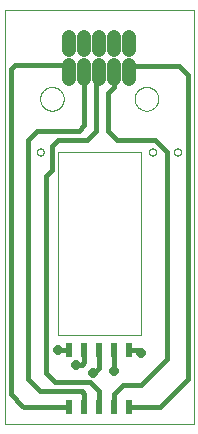
<source format=gtl>
G75*
%MOIN*%
%OFA0B0*%
%FSLAX25Y25*%
%IPPOS*%
%LPD*%
%AMOC8*
5,1,8,0,0,1.08239X$1,22.5*
%
%ADD10C,0.00000*%
%ADD11C,0.04500*%
%ADD12R,0.02000X0.05000*%
%ADD13C,0.01600*%
%ADD14OC8,0.03169*%
D10*
X0001000Y0001000D02*
X0001000Y0138795D01*
X0063992Y0138795D01*
X0063992Y0001000D01*
X0001000Y0001000D01*
X0018717Y0030528D02*
X0018717Y0091551D01*
X0046276Y0091551D01*
X0046276Y0030528D01*
X0018717Y0030528D01*
X0011630Y0091551D02*
X0011632Y0091620D01*
X0011638Y0091688D01*
X0011648Y0091756D01*
X0011662Y0091823D01*
X0011680Y0091890D01*
X0011701Y0091955D01*
X0011727Y0092019D01*
X0011756Y0092081D01*
X0011788Y0092141D01*
X0011824Y0092200D01*
X0011864Y0092256D01*
X0011906Y0092310D01*
X0011952Y0092361D01*
X0012001Y0092410D01*
X0012052Y0092456D01*
X0012106Y0092498D01*
X0012162Y0092538D01*
X0012220Y0092574D01*
X0012281Y0092606D01*
X0012343Y0092635D01*
X0012407Y0092661D01*
X0012472Y0092682D01*
X0012539Y0092700D01*
X0012606Y0092714D01*
X0012674Y0092724D01*
X0012742Y0092730D01*
X0012811Y0092732D01*
X0012880Y0092730D01*
X0012948Y0092724D01*
X0013016Y0092714D01*
X0013083Y0092700D01*
X0013150Y0092682D01*
X0013215Y0092661D01*
X0013279Y0092635D01*
X0013341Y0092606D01*
X0013401Y0092574D01*
X0013460Y0092538D01*
X0013516Y0092498D01*
X0013570Y0092456D01*
X0013621Y0092410D01*
X0013670Y0092361D01*
X0013716Y0092310D01*
X0013758Y0092256D01*
X0013798Y0092200D01*
X0013834Y0092141D01*
X0013866Y0092081D01*
X0013895Y0092019D01*
X0013921Y0091955D01*
X0013942Y0091890D01*
X0013960Y0091823D01*
X0013974Y0091756D01*
X0013984Y0091688D01*
X0013990Y0091620D01*
X0013992Y0091551D01*
X0013990Y0091482D01*
X0013984Y0091414D01*
X0013974Y0091346D01*
X0013960Y0091279D01*
X0013942Y0091212D01*
X0013921Y0091147D01*
X0013895Y0091083D01*
X0013866Y0091021D01*
X0013834Y0090960D01*
X0013798Y0090902D01*
X0013758Y0090846D01*
X0013716Y0090792D01*
X0013670Y0090741D01*
X0013621Y0090692D01*
X0013570Y0090646D01*
X0013516Y0090604D01*
X0013460Y0090564D01*
X0013402Y0090528D01*
X0013341Y0090496D01*
X0013279Y0090467D01*
X0013215Y0090441D01*
X0013150Y0090420D01*
X0013083Y0090402D01*
X0013016Y0090388D01*
X0012948Y0090378D01*
X0012880Y0090372D01*
X0012811Y0090370D01*
X0012742Y0090372D01*
X0012674Y0090378D01*
X0012606Y0090388D01*
X0012539Y0090402D01*
X0012472Y0090420D01*
X0012407Y0090441D01*
X0012343Y0090467D01*
X0012281Y0090496D01*
X0012220Y0090528D01*
X0012162Y0090564D01*
X0012106Y0090604D01*
X0012052Y0090646D01*
X0012001Y0090692D01*
X0011952Y0090741D01*
X0011906Y0090792D01*
X0011864Y0090846D01*
X0011824Y0090902D01*
X0011788Y0090960D01*
X0011756Y0091021D01*
X0011727Y0091083D01*
X0011701Y0091147D01*
X0011680Y0091212D01*
X0011662Y0091279D01*
X0011648Y0091346D01*
X0011638Y0091414D01*
X0011632Y0091482D01*
X0011630Y0091551D01*
X0012811Y0109268D02*
X0012813Y0109393D01*
X0012819Y0109518D01*
X0012829Y0109642D01*
X0012843Y0109766D01*
X0012860Y0109890D01*
X0012882Y0110013D01*
X0012908Y0110135D01*
X0012937Y0110257D01*
X0012970Y0110377D01*
X0013008Y0110496D01*
X0013048Y0110615D01*
X0013093Y0110731D01*
X0013141Y0110846D01*
X0013193Y0110960D01*
X0013249Y0111072D01*
X0013308Y0111182D01*
X0013370Y0111290D01*
X0013436Y0111397D01*
X0013505Y0111501D01*
X0013578Y0111602D01*
X0013653Y0111702D01*
X0013732Y0111799D01*
X0013814Y0111893D01*
X0013899Y0111985D01*
X0013986Y0112074D01*
X0014077Y0112160D01*
X0014170Y0112243D01*
X0014266Y0112324D01*
X0014364Y0112401D01*
X0014464Y0112475D01*
X0014567Y0112546D01*
X0014672Y0112613D01*
X0014780Y0112678D01*
X0014889Y0112738D01*
X0015000Y0112796D01*
X0015113Y0112849D01*
X0015227Y0112899D01*
X0015343Y0112946D01*
X0015460Y0112988D01*
X0015579Y0113027D01*
X0015699Y0113063D01*
X0015820Y0113094D01*
X0015942Y0113122D01*
X0016064Y0113145D01*
X0016188Y0113165D01*
X0016312Y0113181D01*
X0016436Y0113193D01*
X0016561Y0113201D01*
X0016686Y0113205D01*
X0016810Y0113205D01*
X0016935Y0113201D01*
X0017060Y0113193D01*
X0017184Y0113181D01*
X0017308Y0113165D01*
X0017432Y0113145D01*
X0017554Y0113122D01*
X0017676Y0113094D01*
X0017797Y0113063D01*
X0017917Y0113027D01*
X0018036Y0112988D01*
X0018153Y0112946D01*
X0018269Y0112899D01*
X0018383Y0112849D01*
X0018496Y0112796D01*
X0018607Y0112738D01*
X0018717Y0112678D01*
X0018824Y0112613D01*
X0018929Y0112546D01*
X0019032Y0112475D01*
X0019132Y0112401D01*
X0019230Y0112324D01*
X0019326Y0112243D01*
X0019419Y0112160D01*
X0019510Y0112074D01*
X0019597Y0111985D01*
X0019682Y0111893D01*
X0019764Y0111799D01*
X0019843Y0111702D01*
X0019918Y0111602D01*
X0019991Y0111501D01*
X0020060Y0111397D01*
X0020126Y0111290D01*
X0020188Y0111182D01*
X0020247Y0111072D01*
X0020303Y0110960D01*
X0020355Y0110846D01*
X0020403Y0110731D01*
X0020448Y0110615D01*
X0020488Y0110496D01*
X0020526Y0110377D01*
X0020559Y0110257D01*
X0020588Y0110135D01*
X0020614Y0110013D01*
X0020636Y0109890D01*
X0020653Y0109766D01*
X0020667Y0109642D01*
X0020677Y0109518D01*
X0020683Y0109393D01*
X0020685Y0109268D01*
X0020683Y0109143D01*
X0020677Y0109018D01*
X0020667Y0108894D01*
X0020653Y0108770D01*
X0020636Y0108646D01*
X0020614Y0108523D01*
X0020588Y0108401D01*
X0020559Y0108279D01*
X0020526Y0108159D01*
X0020488Y0108040D01*
X0020448Y0107921D01*
X0020403Y0107805D01*
X0020355Y0107690D01*
X0020303Y0107576D01*
X0020247Y0107464D01*
X0020188Y0107354D01*
X0020126Y0107246D01*
X0020060Y0107139D01*
X0019991Y0107035D01*
X0019918Y0106934D01*
X0019843Y0106834D01*
X0019764Y0106737D01*
X0019682Y0106643D01*
X0019597Y0106551D01*
X0019510Y0106462D01*
X0019419Y0106376D01*
X0019326Y0106293D01*
X0019230Y0106212D01*
X0019132Y0106135D01*
X0019032Y0106061D01*
X0018929Y0105990D01*
X0018824Y0105923D01*
X0018716Y0105858D01*
X0018607Y0105798D01*
X0018496Y0105740D01*
X0018383Y0105687D01*
X0018269Y0105637D01*
X0018153Y0105590D01*
X0018036Y0105548D01*
X0017917Y0105509D01*
X0017797Y0105473D01*
X0017676Y0105442D01*
X0017554Y0105414D01*
X0017432Y0105391D01*
X0017308Y0105371D01*
X0017184Y0105355D01*
X0017060Y0105343D01*
X0016935Y0105335D01*
X0016810Y0105331D01*
X0016686Y0105331D01*
X0016561Y0105335D01*
X0016436Y0105343D01*
X0016312Y0105355D01*
X0016188Y0105371D01*
X0016064Y0105391D01*
X0015942Y0105414D01*
X0015820Y0105442D01*
X0015699Y0105473D01*
X0015579Y0105509D01*
X0015460Y0105548D01*
X0015343Y0105590D01*
X0015227Y0105637D01*
X0015113Y0105687D01*
X0015000Y0105740D01*
X0014889Y0105798D01*
X0014779Y0105858D01*
X0014672Y0105923D01*
X0014567Y0105990D01*
X0014464Y0106061D01*
X0014364Y0106135D01*
X0014266Y0106212D01*
X0014170Y0106293D01*
X0014077Y0106376D01*
X0013986Y0106462D01*
X0013899Y0106551D01*
X0013814Y0106643D01*
X0013732Y0106737D01*
X0013653Y0106834D01*
X0013578Y0106934D01*
X0013505Y0107035D01*
X0013436Y0107139D01*
X0013370Y0107246D01*
X0013308Y0107354D01*
X0013249Y0107464D01*
X0013193Y0107576D01*
X0013141Y0107690D01*
X0013093Y0107805D01*
X0013048Y0107921D01*
X0013008Y0108040D01*
X0012970Y0108159D01*
X0012937Y0108279D01*
X0012908Y0108401D01*
X0012882Y0108523D01*
X0012860Y0108646D01*
X0012843Y0108770D01*
X0012829Y0108894D01*
X0012819Y0109018D01*
X0012813Y0109143D01*
X0012811Y0109268D01*
X0044307Y0109268D02*
X0044309Y0109393D01*
X0044315Y0109518D01*
X0044325Y0109642D01*
X0044339Y0109766D01*
X0044356Y0109890D01*
X0044378Y0110013D01*
X0044404Y0110135D01*
X0044433Y0110257D01*
X0044466Y0110377D01*
X0044504Y0110496D01*
X0044544Y0110615D01*
X0044589Y0110731D01*
X0044637Y0110846D01*
X0044689Y0110960D01*
X0044745Y0111072D01*
X0044804Y0111182D01*
X0044866Y0111290D01*
X0044932Y0111397D01*
X0045001Y0111501D01*
X0045074Y0111602D01*
X0045149Y0111702D01*
X0045228Y0111799D01*
X0045310Y0111893D01*
X0045395Y0111985D01*
X0045482Y0112074D01*
X0045573Y0112160D01*
X0045666Y0112243D01*
X0045762Y0112324D01*
X0045860Y0112401D01*
X0045960Y0112475D01*
X0046063Y0112546D01*
X0046168Y0112613D01*
X0046276Y0112678D01*
X0046385Y0112738D01*
X0046496Y0112796D01*
X0046609Y0112849D01*
X0046723Y0112899D01*
X0046839Y0112946D01*
X0046956Y0112988D01*
X0047075Y0113027D01*
X0047195Y0113063D01*
X0047316Y0113094D01*
X0047438Y0113122D01*
X0047560Y0113145D01*
X0047684Y0113165D01*
X0047808Y0113181D01*
X0047932Y0113193D01*
X0048057Y0113201D01*
X0048182Y0113205D01*
X0048306Y0113205D01*
X0048431Y0113201D01*
X0048556Y0113193D01*
X0048680Y0113181D01*
X0048804Y0113165D01*
X0048928Y0113145D01*
X0049050Y0113122D01*
X0049172Y0113094D01*
X0049293Y0113063D01*
X0049413Y0113027D01*
X0049532Y0112988D01*
X0049649Y0112946D01*
X0049765Y0112899D01*
X0049879Y0112849D01*
X0049992Y0112796D01*
X0050103Y0112738D01*
X0050213Y0112678D01*
X0050320Y0112613D01*
X0050425Y0112546D01*
X0050528Y0112475D01*
X0050628Y0112401D01*
X0050726Y0112324D01*
X0050822Y0112243D01*
X0050915Y0112160D01*
X0051006Y0112074D01*
X0051093Y0111985D01*
X0051178Y0111893D01*
X0051260Y0111799D01*
X0051339Y0111702D01*
X0051414Y0111602D01*
X0051487Y0111501D01*
X0051556Y0111397D01*
X0051622Y0111290D01*
X0051684Y0111182D01*
X0051743Y0111072D01*
X0051799Y0110960D01*
X0051851Y0110846D01*
X0051899Y0110731D01*
X0051944Y0110615D01*
X0051984Y0110496D01*
X0052022Y0110377D01*
X0052055Y0110257D01*
X0052084Y0110135D01*
X0052110Y0110013D01*
X0052132Y0109890D01*
X0052149Y0109766D01*
X0052163Y0109642D01*
X0052173Y0109518D01*
X0052179Y0109393D01*
X0052181Y0109268D01*
X0052179Y0109143D01*
X0052173Y0109018D01*
X0052163Y0108894D01*
X0052149Y0108770D01*
X0052132Y0108646D01*
X0052110Y0108523D01*
X0052084Y0108401D01*
X0052055Y0108279D01*
X0052022Y0108159D01*
X0051984Y0108040D01*
X0051944Y0107921D01*
X0051899Y0107805D01*
X0051851Y0107690D01*
X0051799Y0107576D01*
X0051743Y0107464D01*
X0051684Y0107354D01*
X0051622Y0107246D01*
X0051556Y0107139D01*
X0051487Y0107035D01*
X0051414Y0106934D01*
X0051339Y0106834D01*
X0051260Y0106737D01*
X0051178Y0106643D01*
X0051093Y0106551D01*
X0051006Y0106462D01*
X0050915Y0106376D01*
X0050822Y0106293D01*
X0050726Y0106212D01*
X0050628Y0106135D01*
X0050528Y0106061D01*
X0050425Y0105990D01*
X0050320Y0105923D01*
X0050212Y0105858D01*
X0050103Y0105798D01*
X0049992Y0105740D01*
X0049879Y0105687D01*
X0049765Y0105637D01*
X0049649Y0105590D01*
X0049532Y0105548D01*
X0049413Y0105509D01*
X0049293Y0105473D01*
X0049172Y0105442D01*
X0049050Y0105414D01*
X0048928Y0105391D01*
X0048804Y0105371D01*
X0048680Y0105355D01*
X0048556Y0105343D01*
X0048431Y0105335D01*
X0048306Y0105331D01*
X0048182Y0105331D01*
X0048057Y0105335D01*
X0047932Y0105343D01*
X0047808Y0105355D01*
X0047684Y0105371D01*
X0047560Y0105391D01*
X0047438Y0105414D01*
X0047316Y0105442D01*
X0047195Y0105473D01*
X0047075Y0105509D01*
X0046956Y0105548D01*
X0046839Y0105590D01*
X0046723Y0105637D01*
X0046609Y0105687D01*
X0046496Y0105740D01*
X0046385Y0105798D01*
X0046275Y0105858D01*
X0046168Y0105923D01*
X0046063Y0105990D01*
X0045960Y0106061D01*
X0045860Y0106135D01*
X0045762Y0106212D01*
X0045666Y0106293D01*
X0045573Y0106376D01*
X0045482Y0106462D01*
X0045395Y0106551D01*
X0045310Y0106643D01*
X0045228Y0106737D01*
X0045149Y0106834D01*
X0045074Y0106934D01*
X0045001Y0107035D01*
X0044932Y0107139D01*
X0044866Y0107246D01*
X0044804Y0107354D01*
X0044745Y0107464D01*
X0044689Y0107576D01*
X0044637Y0107690D01*
X0044589Y0107805D01*
X0044544Y0107921D01*
X0044504Y0108040D01*
X0044466Y0108159D01*
X0044433Y0108279D01*
X0044404Y0108401D01*
X0044378Y0108523D01*
X0044356Y0108646D01*
X0044339Y0108770D01*
X0044325Y0108894D01*
X0044315Y0109018D01*
X0044309Y0109143D01*
X0044307Y0109268D01*
X0049032Y0091551D02*
X0049034Y0091620D01*
X0049040Y0091688D01*
X0049050Y0091756D01*
X0049064Y0091823D01*
X0049082Y0091890D01*
X0049103Y0091955D01*
X0049129Y0092019D01*
X0049158Y0092081D01*
X0049190Y0092141D01*
X0049226Y0092200D01*
X0049266Y0092256D01*
X0049308Y0092310D01*
X0049354Y0092361D01*
X0049403Y0092410D01*
X0049454Y0092456D01*
X0049508Y0092498D01*
X0049564Y0092538D01*
X0049622Y0092574D01*
X0049683Y0092606D01*
X0049745Y0092635D01*
X0049809Y0092661D01*
X0049874Y0092682D01*
X0049941Y0092700D01*
X0050008Y0092714D01*
X0050076Y0092724D01*
X0050144Y0092730D01*
X0050213Y0092732D01*
X0050282Y0092730D01*
X0050350Y0092724D01*
X0050418Y0092714D01*
X0050485Y0092700D01*
X0050552Y0092682D01*
X0050617Y0092661D01*
X0050681Y0092635D01*
X0050743Y0092606D01*
X0050803Y0092574D01*
X0050862Y0092538D01*
X0050918Y0092498D01*
X0050972Y0092456D01*
X0051023Y0092410D01*
X0051072Y0092361D01*
X0051118Y0092310D01*
X0051160Y0092256D01*
X0051200Y0092200D01*
X0051236Y0092141D01*
X0051268Y0092081D01*
X0051297Y0092019D01*
X0051323Y0091955D01*
X0051344Y0091890D01*
X0051362Y0091823D01*
X0051376Y0091756D01*
X0051386Y0091688D01*
X0051392Y0091620D01*
X0051394Y0091551D01*
X0051392Y0091482D01*
X0051386Y0091414D01*
X0051376Y0091346D01*
X0051362Y0091279D01*
X0051344Y0091212D01*
X0051323Y0091147D01*
X0051297Y0091083D01*
X0051268Y0091021D01*
X0051236Y0090960D01*
X0051200Y0090902D01*
X0051160Y0090846D01*
X0051118Y0090792D01*
X0051072Y0090741D01*
X0051023Y0090692D01*
X0050972Y0090646D01*
X0050918Y0090604D01*
X0050862Y0090564D01*
X0050804Y0090528D01*
X0050743Y0090496D01*
X0050681Y0090467D01*
X0050617Y0090441D01*
X0050552Y0090420D01*
X0050485Y0090402D01*
X0050418Y0090388D01*
X0050350Y0090378D01*
X0050282Y0090372D01*
X0050213Y0090370D01*
X0050144Y0090372D01*
X0050076Y0090378D01*
X0050008Y0090388D01*
X0049941Y0090402D01*
X0049874Y0090420D01*
X0049809Y0090441D01*
X0049745Y0090467D01*
X0049683Y0090496D01*
X0049622Y0090528D01*
X0049564Y0090564D01*
X0049508Y0090604D01*
X0049454Y0090646D01*
X0049403Y0090692D01*
X0049354Y0090741D01*
X0049308Y0090792D01*
X0049266Y0090846D01*
X0049226Y0090902D01*
X0049190Y0090960D01*
X0049158Y0091021D01*
X0049129Y0091083D01*
X0049103Y0091147D01*
X0049082Y0091212D01*
X0049064Y0091279D01*
X0049050Y0091346D01*
X0049040Y0091414D01*
X0049034Y0091482D01*
X0049032Y0091551D01*
X0057398Y0091551D02*
X0057400Y0091620D01*
X0057406Y0091688D01*
X0057416Y0091756D01*
X0057430Y0091823D01*
X0057448Y0091890D01*
X0057469Y0091955D01*
X0057495Y0092019D01*
X0057524Y0092081D01*
X0057556Y0092141D01*
X0057592Y0092200D01*
X0057632Y0092256D01*
X0057674Y0092310D01*
X0057720Y0092361D01*
X0057769Y0092410D01*
X0057820Y0092456D01*
X0057874Y0092498D01*
X0057930Y0092538D01*
X0057988Y0092574D01*
X0058049Y0092606D01*
X0058111Y0092635D01*
X0058175Y0092661D01*
X0058240Y0092682D01*
X0058307Y0092700D01*
X0058374Y0092714D01*
X0058442Y0092724D01*
X0058510Y0092730D01*
X0058579Y0092732D01*
X0058648Y0092730D01*
X0058716Y0092724D01*
X0058784Y0092714D01*
X0058851Y0092700D01*
X0058918Y0092682D01*
X0058983Y0092661D01*
X0059047Y0092635D01*
X0059109Y0092606D01*
X0059169Y0092574D01*
X0059228Y0092538D01*
X0059284Y0092498D01*
X0059338Y0092456D01*
X0059389Y0092410D01*
X0059438Y0092361D01*
X0059484Y0092310D01*
X0059526Y0092256D01*
X0059566Y0092200D01*
X0059602Y0092141D01*
X0059634Y0092081D01*
X0059663Y0092019D01*
X0059689Y0091955D01*
X0059710Y0091890D01*
X0059728Y0091823D01*
X0059742Y0091756D01*
X0059752Y0091688D01*
X0059758Y0091620D01*
X0059760Y0091551D01*
X0059758Y0091482D01*
X0059752Y0091414D01*
X0059742Y0091346D01*
X0059728Y0091279D01*
X0059710Y0091212D01*
X0059689Y0091147D01*
X0059663Y0091083D01*
X0059634Y0091021D01*
X0059602Y0090960D01*
X0059566Y0090902D01*
X0059526Y0090846D01*
X0059484Y0090792D01*
X0059438Y0090741D01*
X0059389Y0090692D01*
X0059338Y0090646D01*
X0059284Y0090604D01*
X0059228Y0090564D01*
X0059170Y0090528D01*
X0059109Y0090496D01*
X0059047Y0090467D01*
X0058983Y0090441D01*
X0058918Y0090420D01*
X0058851Y0090402D01*
X0058784Y0090388D01*
X0058716Y0090378D01*
X0058648Y0090372D01*
X0058579Y0090370D01*
X0058510Y0090372D01*
X0058442Y0090378D01*
X0058374Y0090388D01*
X0058307Y0090402D01*
X0058240Y0090420D01*
X0058175Y0090441D01*
X0058111Y0090467D01*
X0058049Y0090496D01*
X0057988Y0090528D01*
X0057930Y0090564D01*
X0057874Y0090604D01*
X0057820Y0090646D01*
X0057769Y0090692D01*
X0057720Y0090741D01*
X0057674Y0090792D01*
X0057632Y0090846D01*
X0057592Y0090902D01*
X0057556Y0090960D01*
X0057524Y0091021D01*
X0057495Y0091083D01*
X0057469Y0091147D01*
X0057448Y0091212D01*
X0057430Y0091279D01*
X0057416Y0091346D01*
X0057406Y0091414D01*
X0057400Y0091482D01*
X0057398Y0091551D01*
D11*
X0042496Y0116047D02*
X0042496Y0120547D01*
X0042496Y0125547D02*
X0042496Y0130047D01*
X0037496Y0130047D02*
X0037496Y0125547D01*
X0037496Y0120547D02*
X0037496Y0116047D01*
X0032496Y0116047D02*
X0032496Y0120547D01*
X0032496Y0125547D02*
X0032496Y0130047D01*
X0027496Y0130047D02*
X0027496Y0125547D01*
X0027496Y0120547D02*
X0027496Y0116047D01*
X0022496Y0116047D02*
X0022496Y0120547D01*
X0022496Y0125547D02*
X0022496Y0130047D01*
D12*
X0022496Y0025500D03*
X0027496Y0025500D03*
X0032496Y0025500D03*
X0037496Y0025500D03*
X0042496Y0025500D03*
X0042496Y0006500D03*
X0037496Y0006500D03*
X0032496Y0006500D03*
X0027496Y0006500D03*
X0022496Y0006500D03*
D13*
X0007311Y0006500D01*
X0006906Y0006906D01*
X0002969Y0010843D01*
X0002969Y0119110D01*
X0004406Y0120547D01*
X0022496Y0120547D01*
X0027496Y0120547D02*
X0027575Y0120469D01*
X0027575Y0100409D01*
X0025606Y0098441D01*
X0011827Y0098441D01*
X0008874Y0095488D01*
X0008874Y0015764D01*
X0012811Y0011827D01*
X0026591Y0011827D01*
X0027575Y0010843D01*
X0027575Y0006579D01*
X0027496Y0006500D01*
X0032496Y0011827D02*
X0029543Y0014780D01*
X0017732Y0014780D01*
X0014780Y0017732D01*
X0014780Y0083677D01*
X0016748Y0085646D01*
X0016748Y0093520D01*
X0018717Y0095488D01*
X0028559Y0095488D01*
X0031512Y0098441D01*
X0031512Y0119110D01*
X0032496Y0120547D01*
X0037496Y0120547D02*
X0037496Y0113283D01*
X0035449Y0111236D01*
X0035449Y0098441D01*
X0038402Y0095488D01*
X0051197Y0095488D01*
X0055134Y0091551D01*
X0055134Y0022654D01*
X0046276Y0013795D01*
X0040370Y0013795D01*
X0037496Y0010921D01*
X0037496Y0006500D01*
X0032496Y0006500D02*
X0032496Y0011827D01*
X0030528Y0017732D02*
X0032496Y0019701D01*
X0032496Y0025500D01*
X0037417Y0025421D02*
X0037417Y0018717D01*
X0037417Y0025421D02*
X0037496Y0025500D01*
X0042496Y0025500D02*
X0045398Y0025500D01*
X0046276Y0024622D01*
X0062024Y0015764D02*
X0054150Y0007890D01*
X0052760Y0006500D01*
X0042496Y0006500D01*
X0027496Y0021591D02*
X0027496Y0025500D01*
X0027496Y0021591D02*
X0026591Y0020685D01*
X0024622Y0020685D01*
X0022496Y0025500D02*
X0018823Y0025500D01*
X0018717Y0025606D01*
X0062024Y0015764D02*
X0062024Y0117142D01*
X0059071Y0120094D01*
X0042949Y0120094D01*
X0042496Y0120547D01*
D14*
X0018717Y0025606D03*
X0024622Y0020685D03*
X0030528Y0017732D03*
X0037417Y0018717D03*
X0046276Y0024622D03*
M02*

</source>
